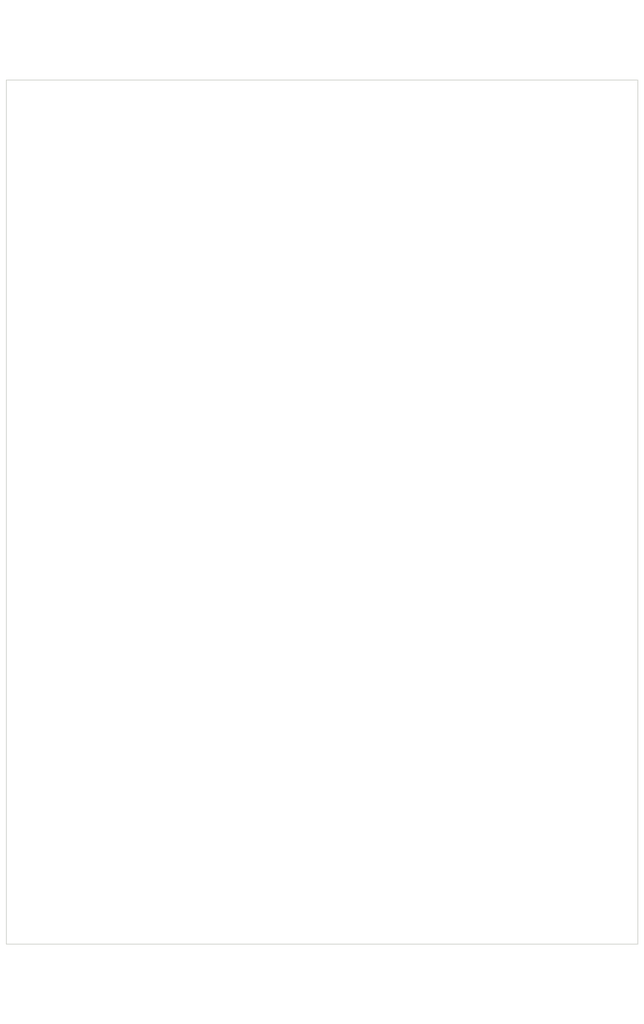
<source format=kicad_pcb>
(kicad_pcb (version 20211014) (generator pcbnew)

  (general
    (thickness 1.6)
  )

  (paper "A4")
  (layers
    (0 "F.Cu" signal)
    (31 "B.Cu" signal)
    (32 "B.Adhes" user "B.Adhesive")
    (33 "F.Adhes" user "F.Adhesive")
    (34 "B.Paste" user)
    (35 "F.Paste" user)
    (36 "B.SilkS" user "B.Silkscreen")
    (37 "F.SilkS" user "F.Silkscreen")
    (38 "B.Mask" user)
    (39 "F.Mask" user)
    (40 "Dwgs.User" user "User.Drawings")
    (41 "Cmts.User" user "User.Comments")
    (42 "Eco1.User" user "User.Eco1")
    (43 "Eco2.User" user "User.Eco2")
    (44 "Edge.Cuts" user)
    (45 "Margin" user)
    (46 "B.CrtYd" user "B.Courtyard")
    (47 "F.CrtYd" user "F.Courtyard")
    (48 "B.Fab" user)
    (49 "F.Fab" user)
    (50 "User.1" user)
    (51 "User.2" user)
    (52 "User.3" user)
    (53 "User.4" user)
    (54 "User.5" user)
    (55 "User.6" user)
    (56 "User.7" user)
    (57 "User.8" user)
    (58 "User.9" user)
  )

  (setup
    (pad_to_mask_clearance 0)
    (pcbplotparams
      (layerselection 0x00010fc_ffffffff)
      (disableapertmacros false)
      (usegerberextensions false)
      (usegerberattributes true)
      (usegerberadvancedattributes true)
      (creategerberjobfile true)
      (svguseinch false)
      (svgprecision 6)
      (excludeedgelayer true)
      (plotframeref false)
      (viasonmask false)
      (mode 1)
      (useauxorigin false)
      (hpglpennumber 1)
      (hpglpenspeed 20)
      (hpglpendiameter 15.000000)
      (dxfpolygonmode true)
      (dxfimperialunits true)
      (dxfusepcbnewfont true)
      (psnegative false)
      (psa4output false)
      (plotreference true)
      (plotvalue true)
      (plotinvisibletext false)
      (sketchpadsonfab false)
      (subtractmaskfromsilk false)
      (outputformat 1)
      (mirror false)
      (drillshape 1)
      (scaleselection 1)
      (outputdirectory "")
    )
  )

  (net 0 "")

  (gr_line (start 0.75 10) (end 0.75 118.5) (layer "Edge.Cuts") (width 0.1) (tstamp 1a09a7cb-78f5-4989-9bdf-8b4c4a8beb1d))
  (gr_line (start 80.15 118.5) (end 80.15 10) (layer "Edge.Cuts") (width 0.1) (tstamp 2aef071e-f380-49c0-b1ba-860b2a4bd684))
  (gr_line (start 0.75 118.5) (end 80.15 118.5) (layer "Edge.Cuts") (width 0.1) (tstamp 347e4106-0ad8-4579-9925-c65107fafee2))
  (gr_line (start 0.75 10) (end 80.15 10) (layer "Edge.Cuts") (width 0.1) (tstamp c8cb28f7-4e0d-49a3-8b9b-fcff4adac1d4))
  (gr_line (start 80.9 0) (end 80.9 128.5) (layer "User.1") (width 0.1) (tstamp 14be568d-2e52-4aed-b81b-dddc75cbdd07))
  (gr_line (start 0 128.5) (end 0 0) (layer "User.1") (width 0.1) (tstamp 159574a9-ecec-48bb-adb0-3dc9e65d4e79))
  (gr_line (start 0 0) (end 80.9 0) (layer "User.1") (width 0.1) (tstamp 7a879184-fad8-4feb-afb5-86fe8d34f1f7))
  (gr_line (start 80.9 128.5) (end 0 128.5) (layer "User.1") (width 0.1) (tstamp bc3f6e1f-c81e-4889-865a-0e223a5a22e2))

)

</source>
